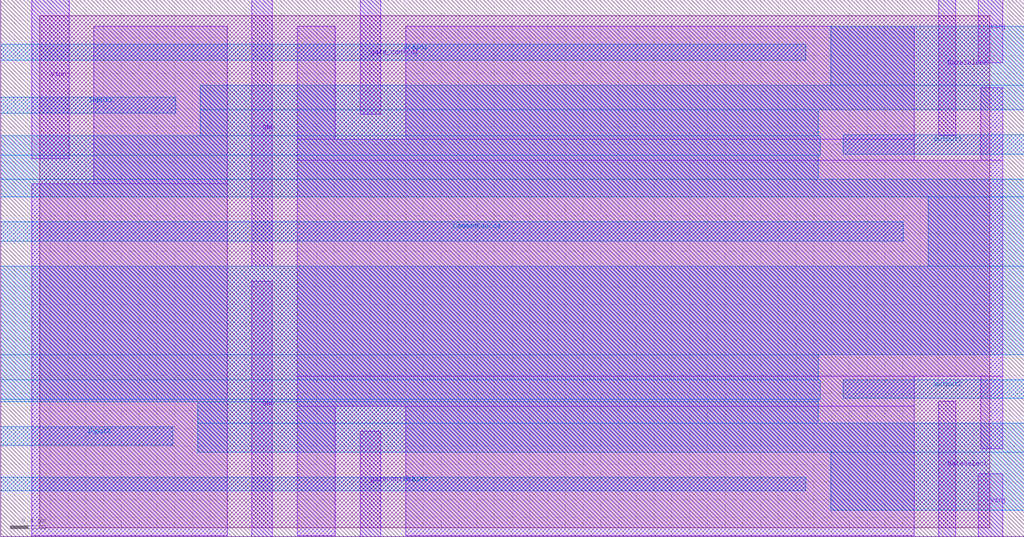
<source format=lef>
VERSION 5.7 ;
  NOWIREEXTENSIONATPIN ON ;
  DIVIDERCHAR "/" ;
  BUSBITCHARS "[]" ;
UNITS
  DATABASE MICRONS 200 ;
END UNITS

LAYER via2
  TYPE CUT ;
END via2

LAYER via
  TYPE CUT ;
END via

LAYER nwell
  TYPE MASTERSLICE ;
END nwell

LAYER via3
  TYPE CUT ;
END via3

LAYER pwell
  TYPE MASTERSLICE ;
END pwell

LAYER via4
  TYPE CUT ;
END via4

LAYER mcon
  TYPE CUT ;
END mcon

LAYER met6
  TYPE ROUTING ;
  WIDTH 0.030000 ;
  SPACING 0.040000 ;
  DIRECTION HORIZONTAL ;
END met6

LAYER met1
  TYPE ROUTING ;
  WIDTH 0.140000 ;
  SPACING 0.140000 ;
  DIRECTION HORIZONTAL ;
END met1

LAYER met3
  TYPE ROUTING ;
  WIDTH 0.300000 ;
  SPACING 0.300000 ;
  DIRECTION HORIZONTAL ;
END met3

LAYER met2
  TYPE ROUTING ;
  WIDTH 0.140000 ;
  SPACING 0.140000 ;
  DIRECTION HORIZONTAL ;
END met2

LAYER met4
  TYPE ROUTING ;
  WIDTH 0.300000 ;
  SPACING 0.300000 ;
  DIRECTION HORIZONTAL ;
END met4

LAYER met5
  TYPE ROUTING ;
  WIDTH 1.600000 ;
  SPACING 1.600000 ;
  DIRECTION HORIZONTAL ;
END met5

LAYER li1
  TYPE ROUTING ;
  WIDTH 0.170000 ;
  SPACING 0.170000 ;
  DIRECTION HORIZONTAL ;
END li1

MACRO sky130_hilas_FGBiasWeakGate2x1cell
  CLASS BLOCK ;
  FOREIGN sky130_hilas_FGBiasWeakGate2x1cell ;
  ORIGIN 3.960 3.820 ;
  SIZE 11.530 BY 6.050 ;
  PIN drain1
    USE ANALOG ;
    PORT
      LAYER met2 ;
        RECT -3.960 1.550 5.110 1.730 ;
    END
  END drain1
  PIN Input1
    PORT
      LAYER met2 ;
        RECT -3.960 0.950 -1.990 1.130 ;
    END
  END Input1
  PIN output1
    USE ANALOG ;
    PORT
      LAYER met2 ;
        RECT 5.530 0.490 7.570 0.710 ;
    END
  END output1
  PIN output2
    USE ANALOG ;
    PORT
      LAYER met2 ;
        RECT 5.530 -2.260 7.570 -2.050 ;
    END
  END output2
  PIN Vinj
    USE POWER ;
    PORT
      LAYER met1 ;
        RECT 7.050 1.520 7.330 2.230 ;
    END
    PORT
      LAYER met1 ;
        RECT 7.050 -3.820 7.330 -3.110 ;
    END
  END Vinj
  PIN GateSelect
    USE ANALOG ;
    PORT
      LAYER met1 ;
        RECT 6.610 0.700 6.800 2.230 ;
    END
    PORT
      LAYER met1 ;
        RECT 6.610 -3.820 6.800 -2.290 ;
    END
  END GateSelect
  PIN GND
    USE GROUND ;
    PORT
      LAYER met1 ;
        RECT -1.130 -0.770 -0.900 2.230 ;
    END
    PORT
      LAYER met1 ;
        RECT -1.130 -3.820 -0.900 -0.940 ;
    END
  END GND
  PIN gate_control
    USE ANALOG ;
    PORT
      LAYER met1 ;
        RECT 0.090 0.940 0.320 2.230 ;
    END
  END gate_control
  PIN Vtun
    USE ANALOG ;
    PORT
      LAYER met1 ;
        RECT -3.610 0.440 -3.190 2.230 ;
    END
  END Vtun
  PIN gateControl
    USE ANALOG ;
    PORT
      LAYER met1 ;
        RECT 0.090 -3.820 0.320 -2.630 ;
    END
  END gateControl
  PIN drain4
    USE ANALOG ;
    PORT
      LAYER met2 ;
        RECT -3.960 -3.300 5.110 -3.150 ;
    END
  END drain4
  PIN Input2
    USE ANALOG ;
    PORT
      LAYER met2 ;
        RECT -3.960 -2.790 -2.020 -2.580 ;
    END
  END Input2
  PIN CommonSource
    USE ANALOG ;
    PORT
      LAYER met2 ;
        RECT -3.960 -0.490 6.210 -0.270 ;
    END
  END CommonSource
  OBS
      LAYER li1 ;
        RECT -3.520 -3.720 7.180 2.050 ;
      LAYER met1 ;
        RECT -2.910 0.160 -1.410 1.930 ;
        RECT -3.610 -3.810 -1.410 0.160 ;
        RECT -0.620 0.660 -0.190 1.930 ;
        RECT 0.600 0.660 6.330 1.930 ;
        RECT -0.620 0.420 6.330 0.660 ;
        RECT 7.080 0.420 7.330 1.240 ;
        RECT -0.620 -2.010 7.330 0.420 ;
        RECT -0.620 -2.350 6.330 -2.010 ;
        RECT -0.620 -3.810 -0.190 -2.350 ;
        RECT 0.600 -3.810 6.330 -2.350 ;
        RECT 7.080 -2.830 7.330 -2.010 ;
      LAYER met2 ;
        RECT 5.390 1.270 7.570 1.930 ;
        RECT -1.710 0.990 7.570 1.270 ;
        RECT -1.710 0.700 5.250 0.990 ;
        RECT -3.960 0.480 5.270 0.700 ;
        RECT -3.960 0.210 5.250 0.480 ;
        RECT -3.960 0.010 7.570 0.210 ;
        RECT 6.490 -0.770 7.570 0.010 ;
        RECT -3.960 -1.770 7.570 -0.770 ;
        RECT -3.960 -2.050 5.250 -1.770 ;
        RECT -3.960 -2.270 5.270 -2.050 ;
        RECT -3.960 -2.300 5.250 -2.270 ;
        RECT -1.740 -2.540 5.250 -2.300 ;
        RECT -1.740 -2.870 7.570 -2.540 ;
        RECT 5.390 -3.520 7.570 -2.870 ;
  END
END sky130_hilas_FGBiasWeakGate2x1cell
END LIBRARY


</source>
